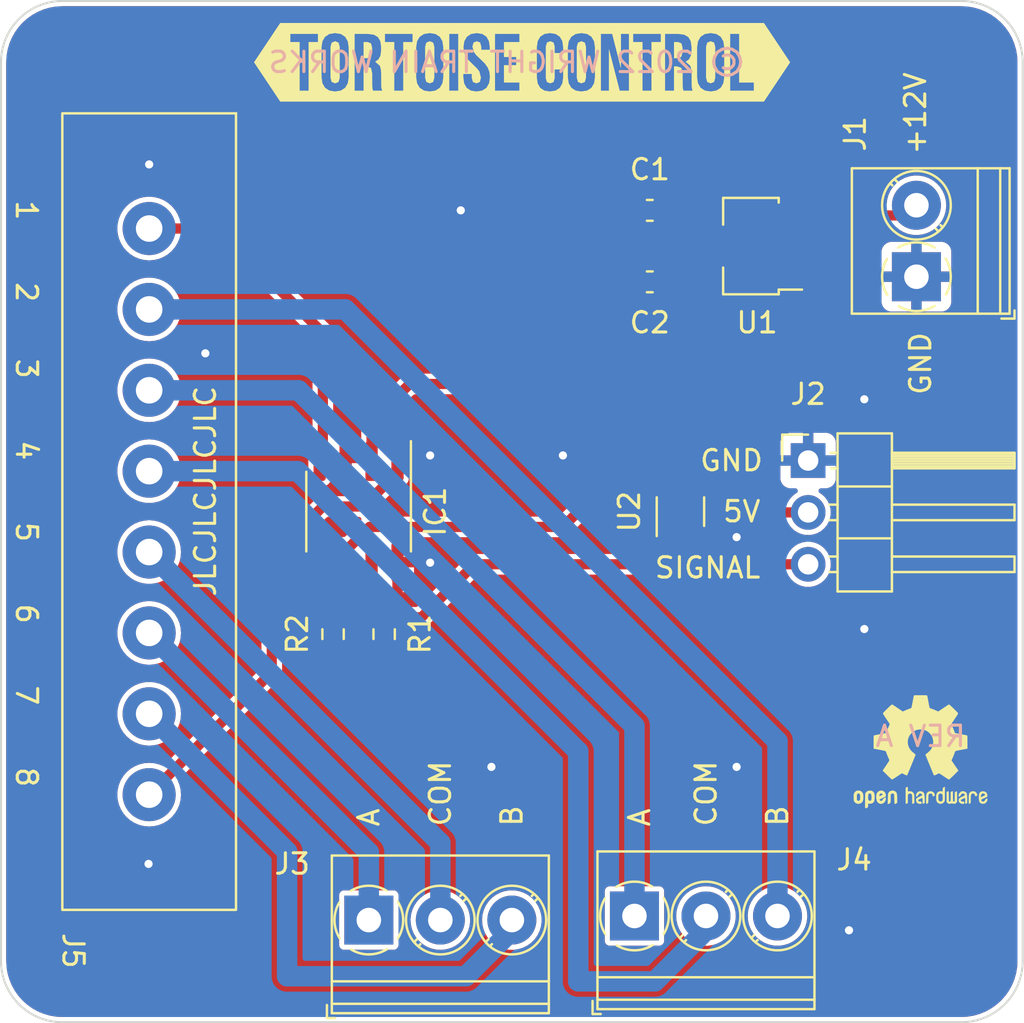
<source format=kicad_pcb>
(kicad_pcb (version 20211014) (generator pcbnew)
  (title_block (title "Tortoise Control Board RJ-45") (date "2022-02-12") (rev "A") (company "Wright Train Works"))
  (layers (0 "F.Cu" signal) (31 "B.Cu" signal) (34 "B.Paste" user) (35 "F.Paste" user) (36 "B.SilkS" user "B.Silkscreen") (37 "F.SilkS" user "F.Silkscreen") (38 "B.Mask" user) (39 "F.Mask" user) (44 "Edge.Cuts" user))
  (net 0 "")
  (net 1 "GND")
  (net 2 "Net-(C1-Pad1)")
  (net 3 "9V")
  (net 4 "5V")
  (net 5 "SIGNAL")
  (net 6 "Net-(J3-Pad1)")
  (net 7 "Net-(J3-Pad2)")
  (net 8 "Net-(J3-Pad3)")
  (net 9 "Net-(J4-Pad1)")
  (net 10 "Net-(J4-Pad2)")
  (net 11 "Net-(J4-Pad3)")
  (net 12 "Net-(IC1-Pad4)")
  (net 13 "Net-(IC1-Pad1)")
  (net 14 "Net-(IC1-Pad6)")
  (footprint "kibuzzard-620B5EA0" (layer "F.Cu") (at 150.5 78)
    (fp_text reference "kibuzzard-620B5EA0" hide)
    (fp_text value "G***" hide)
  )
  (footprint "EBM08DSXN:EBM08DSXN" (layer "F.Cu") (at 132.25 100 -90)
    (fp_text reference "J5" (at 21.5 3.72 -90 unlocked) (layer "F.SilkS"))
    (fp_text value "Conn_01x08" hide)
    (pad "1" thru_hole circle (at -13.86 0 270) (size 2.6 2.6) (drill 1.3) (layers *.Cu *.Mask) (net 12 "Net-(IC1-Pad4)"))
    (pad "2" thru_hole circle (at -9.9 0 270) (size 2.6 2.6) (drill 1.3) (layers *.Cu *.Mask) (net 11 "Net-(J4-Pad3)"))
    (pad "3" thru_hole circle (at -5.94 0 270) (size 2.6 2.6) (drill 1.3) (layers *.Cu *.Mask) (net 9 "Net-(J4-Pad1)"))
    (pad "4" thru_hole circle (at -1.98 0 270) (size 2.6 2.6) (drill 1.3) (layers *.Cu *.Mask) (net 10 "Net-(J4-Pad2)"))
    (pad "5" thru_hole circle (at 1.98 0 270) (size 2.6 2.6) (drill 1.3) (layers *.Cu *.Mask) (net 7 "Net-(J3-Pad2)"))
    (pad "6" thru_hole circle (at 5.94 0 270) (size 2.6 2.6) (drill 1.3) (layers *.Cu *.Mask) (net 6 "Net-(J3-Pad1)"))
    (pad "7" thru_hole circle (at 9.9 0 270) (size 2.6 2.6) (drill 1.3) (layers *.Cu *.Mask) (net 8 "Net-(J3-Pad3)"))
    (pad "8" thru_hole circle (at 13.86 0 270) (size 2.6 2.6) (drill 1.3) (layers *.Cu *.Mask) (net 13 "Net-(IC1-Pad1)"))
  )
  (footprint "Package_SO:SOIC-8_3.9x4.9mm_P1.27mm" (layer "F.Cu") (at 142.5 100 -90)
    (fp_text reference "IC1" (at 0 -3.75 -90) (layer "F.SilkS"))
    (fp_text value "L9110S" hide)
    (pad "1" smd roundrect (at -2.475 -1.905 270) (size 1.95 0.6) (layers "F.Cu" "F.Paste" "F.Mask") (net 13 "Net-(IC1-Pad1)"))
    (pad "2" smd roundrect (at -2.475 -0.635 270) (size 1.95 0.6) (layers "F.Cu" "F.Paste" "F.Mask") (net 3 "9V"))
    (pad "3" smd roundrect (at -2.475 0.635 270) (size 1.95 0.6) (layers "F.Cu" "F.Paste" "F.Mask") (net 3 "9V"))
    (pad "4" smd roundrect (at -2.475 1.905 270) (size 1.95 0.6) (layers "F.Cu" "F.Paste" "F.Mask") (net 12 "Net-(IC1-Pad4)"))
    (pad "5" smd roundrect (at 2.475 1.905 270) (size 1.95 0.6) (layers "F.Cu" "F.Paste" "F.Mask") (net 1 "GND"))
    (pad "6" smd roundrect (at 2.475 0.635 270) (size 1.95 0.6) (layers "F.Cu" "F.Paste" "F.Mask") (net 14 "Net-(IC1-Pad6)"))
    (pad "7" smd roundrect (at 2.475 -0.635 270) (size 1.95 0.6) (layers "F.Cu" "F.Paste" "F.Mask") (net 5 "SIGNAL"))
    (pad "8" smd roundrect (at 2.475 -1.905 270) (size 1.95 0.6) (layers "F.Cu" "F.Paste" "F.Mask") (net 1 "GND"))
  )
  (footprint "TerminalBlock_Phoenix:TerminalBlock_Phoenix_PT-1,5-3-3.5-H_1x03_P3.50mm_Horizontal" (layer "F.Cu") (at 143 120)
    (fp_text reference "J3" (at -3.75 -2.75) (layer "F.SilkS"))
    (fp_text value "Conn_01x03" hide)
    (pad "1" thru_hole rect (at 0 0) (size 2.4 2.4) (drill 1.2) (layers *.Cu *.Mask) (net 6 "Net-(J3-Pad1)"))
    (pad "2" thru_hole circle (at 3.5 0) (size 2.4 2.4) (drill 1.2) (layers *.Cu *.Mask) (net 7 "Net-(J3-Pad2)"))
    (pad "3" thru_hole circle (at 7 0) (size 2.4 2.4) (drill 1.2) (layers *.Cu *.Mask) (net 8 "Net-(J3-Pad3)"))
  )
  (footprint "TerminalBlock_Phoenix:TerminalBlock_Phoenix_PT-1,5-2-3.5-H_1x02_P3.50mm_Horizontal" (layer "F.Cu") (at 169.8 88.5 90)
    (fp_text reference "J1" (at 7 -3 90) (layer "F.SilkS"))
    (fp_text value "Conn_01x02" hide)
    (pad "1" thru_hole rect (at 0 0 90) (size 2.4 2.4) (drill 1.2) (layers *.Cu *.Mask) (net 1 "GND"))
    (pad "2" thru_hole circle (at 3.5 0 90) (size 2.4 2.4) (drill 1.2) (layers *.Cu *.Mask) (net 2 "Net-(C1-Pad1)"))
  )
  (footprint "TerminalBlock_Phoenix:TerminalBlock_Phoenix_PT-1,5-3-3.5-H_1x03_P3.50mm_Horizontal" (layer "F.Cu") (at 156 119.8)
    (fp_text reference "J4" (at 10.75 -2.75) (layer "F.SilkS"))
    (fp_text value "Conn_01x03" hide)
    (pad "1" thru_hole rect (at 0 0) (size 2.4 2.4) (drill 1.2) (layers *.Cu *.Mask) (net 9 "Net-(J4-Pad1)"))
    (pad "2" thru_hole circle (at 3.5 0) (size 2.4 2.4) (drill 1.2) (layers *.Cu *.Mask) (net 10 "Net-(J4-Pad2)"))
    (pad "3" thru_hole circle (at 7 0) (size 2.4 2.4) (drill 1.2) (layers *.Cu *.Mask) (net 11 "Net-(J4-Pad3)"))
  )
  (footprint "Capacitor_SMD:C_0603_1608Metric" (layer "F.Cu") (at 156.75 85.25 180)
    (fp_text reference "C1" (at 0 2) (layer "F.SilkS"))
    (fp_text value "330nF" hide)
    (pad "1" smd roundrect (at -0.775 0 180) (size 0.9 0.95) (layers "F.Cu" "F.Paste" "F.Mask") (net 2 "Net-(C1-Pad1)"))
    (pad "2" smd roundrect (at 0.775 0 180) (size 0.9 0.95) (layers "F.Cu" "F.Paste" "F.Mask") (net 1 "GND"))
  )
  (footprint "Connector_PinHeader_2.54mm:PinHeader_1x03_P2.54mm_Horizontal" (layer "F.Cu") (at 164.5 97.5)
    (fp_text reference "J2" (at 0 -3.25) (layer "F.SilkS"))
    (fp_text value "Conn_01x03" hide)
    (pad "1" thru_hole rect (at 0 0) (size 1.7 1.7) (drill 1) (layers *.Cu *.Mask) (net 1 "GND"))
    (pad "2" thru_hole oval (at 0 2.54) (size 1.7 1.7) (drill 1) (layers *.Cu *.Mask) (net 4 "5V"))
    (pad "3" thru_hole oval (at 0 5.08) (size 1.7 1.7) (drill 1) (layers *.Cu *.Mask) (net 5 "SIGNAL"))
  )
  (footprint "Package_TO_SOT_SMD:SOT-353_SC-70-5" (layer "F.Cu") (at 158.25 100 90)
    (fp_text reference "U2" (at 0 -2.5 90) (layer "F.SilkS"))
    (fp_text value "74AHC1G04GW" hide)
    (pad "1" smd rect (at -0.95 -0.65 90) (size 0.65 0.4) (layers "F.Cu" "F.Paste" "F.Mask"))
    (pad "2" smd rect (at -0.95 0 90) (size 0.65 0.4) (layers "F.Cu" "F.Paste" "F.Mask") (net 5 "SIGNAL"))
    (pad "3" smd rect (at -0.95 0.65 90) (size 0.65 0.4) (layers "F.Cu" "F.Paste" "F.Mask") (net 1 "GND"))
    (pad "4" smd rect (at 0.95 0.65 90) (size 0.65 0.4) (layers "F.Cu" "F.Paste" "F.Mask") (net 14 "Net-(IC1-Pad6)"))
    (pad "5" smd rect (at 0.95 -0.65 90) (size 0.65 0.4) (layers "F.Cu" "F.Paste" "F.Mask") (net 4 "5V"))
  )
  (footprint "Capacitor_SMD:C_0603_1608Metric" (layer "F.Cu") (at 156.75 88.75 180)
    (fp_text reference "C2" (at 0 -2) (layer "F.SilkS"))
    (fp_text value "100nF" hide)
    (pad "1" smd roundrect (at -0.775 0 180) (size 0.9 0.95) (layers "F.Cu" "F.Paste" "F.Mask") (net 3 "9V"))
    (pad "2" smd roundrect (at 0.775 0 180) (size 0.9 0.95) (layers "F.Cu" "F.Paste" "F.Mask") (net 1 "GND"))
  )
  (footprint "Symbol:OSHW-Logo2_7.3x6mm_SilkScreen" (layer "F.Cu") (at 170 111.75)
    (fp_text reference "REF**" hide)
    (fp_text value "OSHW-Logo2_7.3x6mm_SilkScreen" hide)
  )
  (footprint "Package_TO_SOT_SMD:SOT-89-3" (layer "F.Cu") (at 162 87 180)
    (fp_text reference "U1" (at 0 -3.75) (layer "F.SilkS"))
    (fp_text value "L78L09" hide)
    (pad "1" smd rect (at -1.65 -1.5 180) (size 1.3 0.9) (layers "F.Cu" "F.Paste" "F.Mask") (net 3 "9V"))
    (pad "2" smd custom (at -1.5625 0 180) (size 1.475 0.9) (layers "F.Cu" "F.Paste" "F.Mask") (net 1 "GND") (options (clearance outline) (anchor rect)) (primitives (gr_poly (pts (xy 3.8625 0.8665) (xy 0.7375 0.8665) (xy 0.7375 -0.8665) (xy 3.8625 -0.8665)) (width 0) (fill yes))))
    (pad "3" smd rect (at -1.65 1.5 180) (size 1.3 0.9) (layers "F.Cu" "F.Paste" "F.Mask") (net 2 "Net-(C1-Pad1)"))
  )
  (footprint "Resistor_SMD:R_0603_1608Metric" (layer "F.Cu") (at 141.25 106 -90)
    (fp_text reference "R2" (at 0 1.75 90) (layer "F.SilkS"))
    (fp_text value "10K" hide)
    (pad "1" smd roundrect (at -0.825 0 270) (size 0.8 0.95) (layers "F.Cu" "F.Paste" "F.Mask") (net 14 "Net-(IC1-Pad6)"))
    (pad "2" smd roundrect (at 0.825 0 270) (size 0.8 0.95) (layers "F.Cu" "F.Paste" "F.Mask") (net 1 "GND"))
  )
  (footprint "Resistor_SMD:R_0603_1608Metric" (layer "F.Cu") (at 143.75 106 -90)
    (fp_text reference "R1" (at 0 -1.75 90) (layer "F.SilkS"))
    (fp_text value "10K" hide)
    (pad "1" smd roundrect (at -0.825 0 270) (size 0.8 0.95) (layers "F.Cu" "F.Paste" "F.Mask") (net 5 "SIGNAL"))
    (pad "2" smd roundrect (at 0.825 0 270) (size 0.8 0.95) (layers "F.Cu" "F.Paste" "F.Mask") (net 1 "GND"))
  )
  (gr_line (start 125 122) (end 125 78) (layer "Edge.Cuts") (width 0.1))
  (gr_arc (start 125 78) (mid 125.87868 75.87868) (end 128 75) (layer "Edge.Cuts") (width 0.1))
  (gr_line (start 172 125) (end 128 125) (layer "Edge.Cuts") (width 0.1))
  (gr_arc (start 172 75) (mid 174.12132 75.87868) (end 175 78) (layer "Edge.Cuts") (width 0.1))
  (gr_arc (start 175 122) (mid 174.12132 124.12132) (end 172 125) (layer "Edge.Cuts") (width 0.1))
  (gr_arc (start 128 125) (mid 125.87868 124.12132) (end 125 122) (layer "Edge.Cuts") (width 0.1))
  (gr_line (start 175 78) (end 175 122) (layer "Edge.Cuts") (width 0.1))
  (gr_line (start 128 75) (end 172 75) (layer "Edge.Cuts") (width 0.1))
  (gr_text "REV A" (at 170 111) (layer "B.SilkS") (effects (font (size 1 1)) (justify mirror)))
  (gr_text "© 2022 WRIGHT TRAIN WORKS" (at 149.75 78) (layer "B.SilkS") (effects (font (size 1 1)) (justify mirror)))
  (gr_text "COM" (at 159.5 115.5 90) (layer "F.SilkS") (effects (font (size 1 1)) (justify left)))
  (gr_text "2" (at 126.25 89.25 270) (layer "F.SilkS") (effects (font (size 1 1))))
  (gr_text "5V" (at 161.25 100) (layer "F.SilkS") (effects (font (size 1 1))))
  (gr_text "A" (at 143 115.5 90) (layer "F.SilkS") (effects (font (size 1 1)) (justify left)))
  (gr_text "5" (at 126.25 101 270) (layer "F.SilkS") (effects (font (size 1 1))))
  (gr_text "JLCJLCJLCJLC" (at 135 99 90) (layer "F.SilkS") (effects (font (size 1 1))))
  (gr_text "B" (at 163 115.5 90) (layer "F.SilkS") (effects (font (size 1 1)) (justify left)))
  (gr_text "SIGNAL" (at 162.25 102.75) (layer "F.SilkS") (effects (font (size 1 1)) (justify right)))
  (gr_text "4" (at 126.25 97 270) (layer "F.SilkS") (effects (font (size 1 1))))
  (gr_text "+12V" (at 169.75 80.5 90) (layer "F.SilkS") (effects (font (size 1 1))))
  (gr_text "GND" (at 160.75 97.5) (layer "F.SilkS") (effects (font (size 1 1))))
  (gr_text "B" (at 150 115.5 90) (layer "F.SilkS") (effects (font (size 1 1)) (justify left)))
  (gr_text "8" (at 126.25 113 270) (layer "F.SilkS") (effects (font (size 1 1))))
  (gr_text "A" (at 156.25 115.5 90) (layer "F.SilkS") (effects (font (size 1 1)) (justify left)))
  (gr_text "3" (at 126.25 93 270) (layer "F.SilkS") (effects (font (size 1 1))))
  (gr_text "7" (at 126.25 109 270) (layer "F.SilkS") (effects (font (size 1 1))))
  (gr_text "6" (at 126.25 105 270) (layer "F.SilkS") (effects (font (size 1 1))))
  (gr_text "COM" (at 146.5 115.5 90) (layer "F.SilkS") (effects (font (size 1 1)) (justify left)))
  (gr_text "1" (at 126.25 85.25 270) (layer "F.SilkS") (effects (font (size 1 1))))
  (gr_text "GND" (at 170 92.75 90) (layer "F.SilkS") (effects (font (size 1 1))))
  (via (at 147.5 85.25) (size 0.8) (drill 0.4) (layers "F.Cu" "B.Cu") (net 1))
  (via (at 161 112.5) (size 0.8) (drill 0.4) (layers "F.Cu" "B.Cu") (net 1))
  (via (at 146 102.5) (size 0.8) (drill 0.4) (layers "F.Cu" "B.Cu") (net 1))
  (via (at 146 97.25) (size 0.8) (drill 0.4) (layers "F.Cu" "B.Cu") (net 1))
  (via (at 166.5 120.5) (size 0.8) (drill 0.4) (layers "F.Cu" "B.Cu") (net 1))
  (via (at 167.25 94.5) (size 0.8) (drill 0.4) (layers "F.Cu" "B.Cu") (net 1))
  (via (at 161 101.25) (size 0.8) (drill 0.4) (layers "F.Cu" "B.Cu") (net 1))
  (via (at 132.22 117.25) (size 0.8) (drill 0.4) (layers "F.Cu" "B.Cu") (net 1))
  (via (at 135 92.25) (size 0.8) (drill 0.4) (layers "F.Cu" "B.Cu") (net 1))
  (via (at 167.25 105.75) (size 0.8) (drill 0.4) (layers "F.Cu" "B.Cu") (net 1))
  (via (at 132.25 83) (size 0.8) (drill 0.4) (layers "F.Cu" "B.Cu") (net 1))
  (via (at 152.5 97.25) (size 0.8) (drill 0.4) (layers "F.Cu" "B.Cu") (net 1))
  (via (at 149 112.5) (size 0.8) (drill 0.4) (layers "F.Cu" "B.Cu") (net 1))
  (segment (start 163.65 85.5) (end 169.3 85.5) (width 0.5) (layer "F.Cu") (net 2))
  (segment (start 157.775 85.5) (end 163.65 85.5) (width 0.5) (layer "F.Cu") (net 2))
  (segment (start 169.3 85.5) (end 169.8 85) (width 0.5) (layer "F.Cu") (net 2))
  (segment (start 157.525 85.25) (end 157.775 85.5) (width 0.5) (layer "F.Cu") (net 2))
  (segment (start 157.525 88.75) (end 152.525 93.75) (width 0.5) (layer "F.Cu") (net 3))
  (segment (start 152.525 93.75) (end 145 93.75) (width 0.5) (layer "F.Cu") (net 3))
  (segment (start 141.865 97.375) (end 143.135 97.375) (width 0.5) (layer "F.Cu") (net 3))
  (segment (start 145 93.75) (end 143.135 95.615) (width 0.5) (layer "F.Cu") (net 3))
  (segment (start 157.775 88.5) (end 157.525 88.75) (width 0.5) (layer "F.Cu") (net 3))
  (segment (start 143.135 95.615) (end 143.135 97.375) (width 0.5) (layer "F.Cu") (net 3))
  (segment (start 163.65 88.5) (end 157.775 88.5) (width 0.5) (layer "F.Cu") (net 3))
  (segment (start 158.59 100.04) (end 157.6 99.05) (width 0.5) (layer "F.Cu") (net 4))
  (segment (start 164.5 100.04) (end 158.59 100.04) (width 0.5) (layer "F.Cu") (net 4))
  (segment (start 143.135 104.135) (end 143.135 102.475) (width 0.5) (layer "F.Cu") (net 5))
  (segment (start 158.17 102.58) (end 164.5 102.58) (width 0.5) (layer "F.Cu") (net 5))
  (segment (start 158.25 102.5) (end 158.17 102.58) (width 0.5) (layer "F.Cu") (net 5))
  (segment (start 143.75 105.175) (end 143.75 104.75) (width 0.5) (layer "F.Cu") (net 5))
  (segment (start 143.75 105.175) (end 145.575 105.175) (width 0.5) (layer "F.Cu") (net 5))
  (segment (start 143.75 104.75) (end 143.135 104.135) (width 0.5) (layer "F.Cu") (net 5))
  (segment (start 158.25 100.95) (end 158.25 102.5) (width 0.5) (layer "F.Cu") (net 5))
  (segment (start 148.17 102.58) (end 158.17 102.58) (width 0.5) (layer "F.Cu") (net 5))
  (segment (start 145.575 105.175) (end 148.17 102.58) (width 0.5) (layer "F.Cu") (net 5))
  (segment (start 132.25 105.94) (end 143 116.69) (width 1) (layer "B.Cu") (net 6))
  (segment (start 143 116.69) (end 143 120) (width 1) (layer "B.Cu") (net 6))
  (segment (start 146.5 116.23) (end 146.5 120) (width 1) (layer "B.Cu") (net 7))
  (segment (start 132.25 101.98) (end 146.5 116.23) (width 1) (layer "B.Cu") (net 7))
  (segment (start 139 116.65) (end 139 122.75) (width 1) (layer "B.Cu") (net 8))
  (segment (start 150 120.5) (end 150 120) (width 1) (layer "B.Cu") (net 8))
  (segment (start 139 122.75) (end 147.75 122.75) (width 1) (layer "B.Cu") (net 8))
  (segment (start 147.75 122.75) (end 150 120.5) (width 1) (layer "B.Cu") (net 8))
  (segment (start 132.25 109.9) (end 139 116.65) (width 1) (layer "B.Cu") (net 8))
  (segment (start 156 110.5) (end 156 119.8) (width 1) (layer "B.Cu") (net 9))
  (segment (start 132.25 94.06) (end 139.56 94.06) (width 1) (layer "B.Cu") (net 9))
  (segment (start 139.56 94.06) (end 156 110.5) (width 1) (layer "B.Cu") (net 9))
  (segment (start 132.25 98.02) (end 139.52 98.02) (width 1) (layer "B.Cu") (net 10))
  (segment (start 159.5 120.5) (end 159.5 119.8) (width 1) (layer "B.Cu") (net 10))
  (segment (start 157 123) (end 159.5 120.5) (width 1) (layer "B.Cu") (net 10))
  (segment (start 153.25 111.75) (end 153.25 123) (width 1) (layer "B.Cu") (net 10))
  (segment (start 139.52 98.02) (end 153.25 111.75) (width 1) (layer "B.Cu") (net 10))
  (segment (start 153.25 123) (end 157 123) (width 1) (layer "B.Cu") (net 10))
  (segment (start 132.25 90.1) (end 141.85 90.1) (width 1) (layer "B.Cu") (net 11))
  (segment (start 141.85 90.1) (end 163 111.25) (width 1) (layer "B.Cu") (net 11))
  (segment (start 163 111.25) (end 163 119.8) (width 1) (layer "B.Cu") (net 11))
  (segment (start 140.75 91.25) (end 140.75 97.22) (width 0.5) (layer "F.Cu") (net 12))
  (segment (start 140.75 97.22) (end 140.595 97.375) (width 0.5) (layer "F.Cu") (net 12))
  (segment (start 135.64 86.14) (end 140.75 91.25) (width 0.5) (layer "F.Cu") (net 12))
  (segment (start 132.25 86.14) (end 135.64 86.14) (width 0.5) (layer "F.Cu") (net 12))
  (segment (start 142.732849 99.75) (end 144.405 98.077849) (width 0.5) (layer "F.Cu") (net 13))
  (segment (start 144.405 98.077849) (end 144.405 97.525) (width 0.5) (layer "F.Cu") (net 13))
  (segment (start 138.25 102.25) (end 140.75 99.75) (width 0.5) (layer "F.Cu") (net 13))
  (segment (start 138.25 107.86) (end 138.25 102.25) (width 0.5) (layer "F.Cu") (net 13))
  (segment (start 140.75 99.75) (end 142.732849 99.75) (width 0.5) (layer "F.Cu") (net 13))
  (segment (start 132.25 113.86) (end 138.25 107.86) (width 0.5) (layer "F.Cu") (net 13))
  (segment (start 141.865 101.922151) (end 143.037151 100.75) (width 0.5) (layer "F.Cu") (net 14))
  (segment (start 141.865 104.56) (end 141.25 105.175) (width 0.5) (layer "F.Cu") (net 14))
  (segment (start 152.5 100.75) (end 155.5 97.75) (width 0.5) (layer "F.Cu") (net 14))
  (segment (start 155.5 97.75) (end 158.5 97.75) (width 0.5) (layer "F.Cu") (net 14))
  (segment (start 158.5 97.75) (end 158.9 98.15) (width 0.5) (layer "F.Cu") (net 14))
  (segment (start 143.037151 100.75) (end 152.5 100.75) (width 0.5) (layer "F.Cu") (net 14))
  (segment (start 158.9 98.15) (end 158.9 99.05) (width 0.5) (layer "F.Cu") (net 14))
  (segment (start 141.865 102.475) (end 141.865 104.56) (width 0.5) (layer "F.Cu") (net 14))
  (segment (start 141.865 102.475) (end 141.865 101.922151) (width 0.5) (layer "F.Cu") (net 14))
  (zone (net 1) (net_name "GND") (layers F&B.Cu) (connect_pads (clearance 0.254)) (min_thickness 0.254) (fill yes (thermal_gap 0.508) (thermal_bridge_width 0.508))
    (polygon (pts (xy 175 125) (xy 125 125) (xy 125 75) (xy 175 75)))
  )
)
</source>
